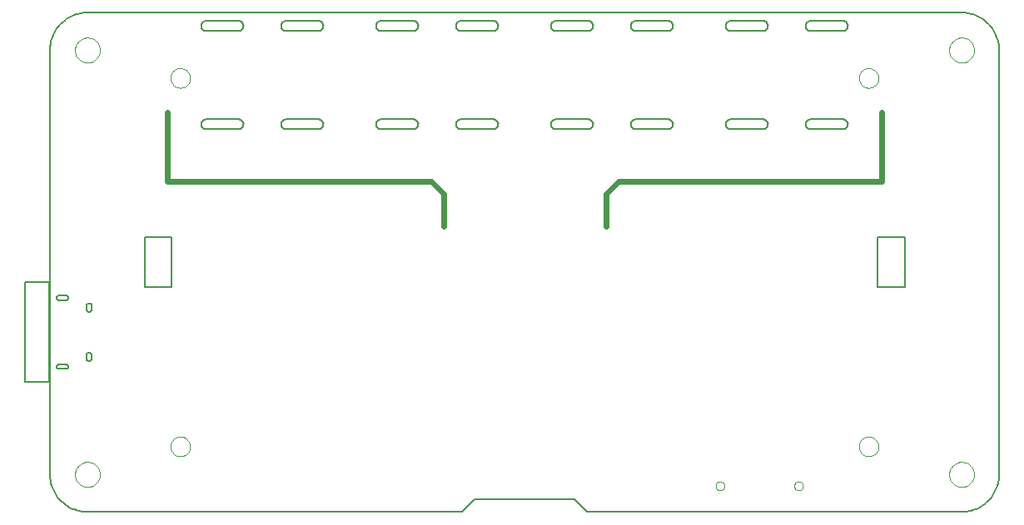
<source format=gko>
G75*
%MOIN*%
%OFA0B0*%
%FSLAX24Y24*%
%IPPOS*%
%LPD*%
%AMOC8*
5,1,8,0,0,1.08239X$1,22.5*
%
%ADD10C,0.0050*%
%ADD11C,0.0240*%
%ADD12C,0.0000*%
D10*
X017760Y016393D02*
X032760Y016393D01*
X033260Y016893D01*
X037260Y016893D01*
X037760Y016393D01*
X052760Y016393D01*
X052836Y016395D01*
X052912Y016401D01*
X052987Y016410D01*
X053062Y016424D01*
X053136Y016441D01*
X053209Y016462D01*
X053281Y016486D01*
X053352Y016515D01*
X053421Y016546D01*
X053488Y016581D01*
X053553Y016620D01*
X053617Y016662D01*
X053678Y016707D01*
X053737Y016755D01*
X053793Y016806D01*
X053847Y016860D01*
X053898Y016916D01*
X053946Y016975D01*
X053991Y017036D01*
X054033Y017100D01*
X054072Y017165D01*
X054107Y017232D01*
X054138Y017301D01*
X054167Y017372D01*
X054191Y017444D01*
X054212Y017517D01*
X054229Y017591D01*
X054243Y017666D01*
X054252Y017741D01*
X054258Y017817D01*
X054260Y017893D01*
X054260Y034893D01*
X054258Y034969D01*
X054252Y035045D01*
X054243Y035120D01*
X054229Y035195D01*
X054212Y035269D01*
X054191Y035342D01*
X054167Y035414D01*
X054138Y035485D01*
X054107Y035554D01*
X054072Y035621D01*
X054033Y035686D01*
X053991Y035750D01*
X053946Y035811D01*
X053898Y035870D01*
X053847Y035926D01*
X053793Y035980D01*
X053737Y036031D01*
X053678Y036079D01*
X053617Y036124D01*
X053553Y036166D01*
X053488Y036205D01*
X053421Y036240D01*
X053352Y036271D01*
X053281Y036300D01*
X053209Y036324D01*
X053136Y036345D01*
X053062Y036362D01*
X052987Y036376D01*
X052912Y036385D01*
X052836Y036391D01*
X052760Y036393D01*
X017760Y036393D01*
X017684Y036391D01*
X017608Y036385D01*
X017533Y036376D01*
X017458Y036362D01*
X017384Y036345D01*
X017311Y036324D01*
X017239Y036300D01*
X017168Y036271D01*
X017099Y036240D01*
X017032Y036205D01*
X016967Y036166D01*
X016903Y036124D01*
X016842Y036079D01*
X016783Y036031D01*
X016727Y035980D01*
X016673Y035926D01*
X016622Y035870D01*
X016574Y035811D01*
X016529Y035750D01*
X016487Y035686D01*
X016448Y035621D01*
X016413Y035554D01*
X016382Y035485D01*
X016353Y035414D01*
X016329Y035342D01*
X016308Y035269D01*
X016291Y035195D01*
X016277Y035120D01*
X016268Y035045D01*
X016262Y034969D01*
X016260Y034893D01*
X016260Y017893D01*
X016262Y017817D01*
X016268Y017741D01*
X016277Y017666D01*
X016291Y017591D01*
X016308Y017517D01*
X016329Y017444D01*
X016353Y017372D01*
X016382Y017301D01*
X016413Y017232D01*
X016448Y017165D01*
X016487Y017100D01*
X016529Y017036D01*
X016574Y016975D01*
X016622Y016916D01*
X016673Y016860D01*
X016727Y016806D01*
X016783Y016755D01*
X016842Y016707D01*
X016903Y016662D01*
X016967Y016620D01*
X017032Y016581D01*
X017099Y016546D01*
X017168Y016515D01*
X017239Y016486D01*
X017311Y016462D01*
X017384Y016441D01*
X017458Y016424D01*
X017533Y016410D01*
X017608Y016401D01*
X017684Y016395D01*
X017760Y016393D01*
X016235Y021593D02*
X015260Y021593D01*
X015260Y025593D01*
X016235Y025593D01*
X016235Y021593D01*
X016632Y022117D02*
X016887Y022117D01*
X016904Y022118D01*
X016921Y022123D01*
X016936Y022130D01*
X016950Y022140D01*
X016962Y022152D01*
X016972Y022166D01*
X016979Y022181D01*
X016984Y022198D01*
X016985Y022215D01*
X016984Y022232D01*
X016979Y022249D01*
X016972Y022264D01*
X016962Y022278D01*
X016950Y022290D01*
X016936Y022300D01*
X016921Y022307D01*
X016904Y022312D01*
X016887Y022313D01*
X016887Y022314D02*
X016632Y022314D01*
X016534Y022215D02*
X016535Y022198D01*
X016540Y022181D01*
X016547Y022166D01*
X016557Y022152D01*
X016569Y022140D01*
X016583Y022130D01*
X016598Y022123D01*
X016615Y022118D01*
X016632Y022117D01*
X016534Y022215D02*
X016535Y022232D01*
X016540Y022249D01*
X016547Y022264D01*
X016557Y022278D01*
X016569Y022290D01*
X016583Y022300D01*
X016598Y022307D01*
X016615Y022312D01*
X016632Y022313D01*
X017714Y022550D02*
X017714Y022668D01*
X017823Y022776D02*
X017842Y022774D01*
X017860Y022769D01*
X017877Y022762D01*
X017892Y022751D01*
X017906Y022737D01*
X017917Y022722D01*
X017924Y022705D01*
X017929Y022687D01*
X017931Y022668D01*
X017931Y022550D01*
X017823Y022442D02*
X017804Y022444D01*
X017786Y022449D01*
X017769Y022456D01*
X017754Y022467D01*
X017740Y022481D01*
X017729Y022496D01*
X017722Y022513D01*
X017717Y022531D01*
X017715Y022550D01*
X017823Y022442D02*
X017842Y022444D01*
X017860Y022449D01*
X017877Y022456D01*
X017892Y022467D01*
X017906Y022481D01*
X017917Y022496D01*
X017924Y022513D01*
X017929Y022531D01*
X017931Y022550D01*
X017715Y022668D02*
X017717Y022687D01*
X017722Y022705D01*
X017729Y022722D01*
X017740Y022737D01*
X017754Y022751D01*
X017769Y022762D01*
X017786Y022769D01*
X017804Y022774D01*
X017823Y022776D01*
X017832Y024410D02*
X017823Y024410D01*
X017823Y024411D02*
X017804Y024413D01*
X017786Y024418D01*
X017769Y024425D01*
X017754Y024436D01*
X017740Y024450D01*
X017729Y024465D01*
X017722Y024482D01*
X017717Y024500D01*
X017715Y024519D01*
X017714Y024519D02*
X017714Y024637D01*
X017715Y024637D02*
X017717Y024656D01*
X017722Y024674D01*
X017729Y024691D01*
X017740Y024706D01*
X017754Y024720D01*
X017769Y024731D01*
X017786Y024738D01*
X017804Y024743D01*
X017823Y024745D01*
X017832Y024745D01*
X017851Y024743D01*
X017869Y024738D01*
X017886Y024731D01*
X017901Y024720D01*
X017915Y024706D01*
X017926Y024691D01*
X017933Y024674D01*
X017938Y024656D01*
X017940Y024637D01*
X017941Y024637D02*
X017941Y024519D01*
X017940Y024519D02*
X017938Y024500D01*
X017933Y024482D01*
X017926Y024465D01*
X017915Y024450D01*
X017901Y024436D01*
X017886Y024425D01*
X017869Y024418D01*
X017851Y024413D01*
X017832Y024411D01*
X016887Y024873D02*
X016632Y024873D01*
X016534Y024971D02*
X016535Y024988D01*
X016540Y025005D01*
X016547Y025020D01*
X016557Y025034D01*
X016569Y025046D01*
X016583Y025056D01*
X016598Y025063D01*
X016615Y025068D01*
X016632Y025069D01*
X016632Y025070D02*
X016887Y025070D01*
X016985Y024971D02*
X016984Y024954D01*
X016979Y024937D01*
X016972Y024922D01*
X016962Y024908D01*
X016950Y024896D01*
X016936Y024886D01*
X016921Y024879D01*
X016904Y024874D01*
X016887Y024873D01*
X016985Y024971D02*
X016984Y024988D01*
X016979Y025005D01*
X016972Y025020D01*
X016962Y025034D01*
X016950Y025046D01*
X016936Y025056D01*
X016921Y025063D01*
X016904Y025068D01*
X016887Y025069D01*
X016632Y024873D02*
X016615Y024874D01*
X016598Y024879D01*
X016583Y024886D01*
X016569Y024896D01*
X016557Y024908D01*
X016547Y024922D01*
X016540Y024937D01*
X016535Y024954D01*
X016534Y024971D01*
X020043Y025393D02*
X020043Y027393D01*
X021130Y027393D01*
X021130Y025393D01*
X020043Y025393D01*
X022506Y031728D02*
X023813Y031728D01*
X023839Y031730D01*
X023864Y031735D01*
X023888Y031743D01*
X023912Y031754D01*
X023933Y031769D01*
X023952Y031786D01*
X023969Y031805D01*
X023984Y031827D01*
X023995Y031850D01*
X024003Y031874D01*
X024008Y031899D01*
X024010Y031925D01*
X024008Y031951D01*
X024003Y031976D01*
X023995Y032000D01*
X023984Y032024D01*
X023969Y032045D01*
X023952Y032064D01*
X023933Y032081D01*
X023912Y032096D01*
X023888Y032107D01*
X023864Y032115D01*
X023839Y032120D01*
X023813Y032122D01*
X022506Y032122D01*
X022309Y031925D02*
X022311Y031899D01*
X022316Y031874D01*
X022324Y031850D01*
X022335Y031827D01*
X022350Y031805D01*
X022367Y031786D01*
X022386Y031769D01*
X022408Y031754D01*
X022431Y031743D01*
X022455Y031735D01*
X022480Y031730D01*
X022506Y031728D01*
X022309Y031925D02*
X022311Y031951D01*
X022316Y031976D01*
X022324Y032000D01*
X022335Y032024D01*
X022350Y032045D01*
X022367Y032064D01*
X022386Y032081D01*
X022408Y032096D01*
X022431Y032107D01*
X022455Y032115D01*
X022480Y032120D01*
X022506Y032122D01*
X025706Y032122D02*
X027013Y032122D01*
X027210Y031925D02*
X027208Y031899D01*
X027203Y031874D01*
X027195Y031850D01*
X027184Y031827D01*
X027169Y031805D01*
X027152Y031786D01*
X027133Y031769D01*
X027112Y031754D01*
X027088Y031743D01*
X027064Y031735D01*
X027039Y031730D01*
X027013Y031728D01*
X025706Y031728D01*
X025509Y031925D02*
X025511Y031951D01*
X025516Y031976D01*
X025524Y032000D01*
X025535Y032024D01*
X025550Y032045D01*
X025567Y032064D01*
X025586Y032081D01*
X025608Y032096D01*
X025631Y032107D01*
X025655Y032115D01*
X025680Y032120D01*
X025706Y032122D01*
X025509Y031925D02*
X025511Y031899D01*
X025516Y031874D01*
X025524Y031850D01*
X025535Y031827D01*
X025550Y031805D01*
X025567Y031786D01*
X025586Y031769D01*
X025608Y031754D01*
X025631Y031743D01*
X025655Y031735D01*
X025680Y031730D01*
X025706Y031728D01*
X027013Y032122D02*
X027039Y032120D01*
X027064Y032115D01*
X027088Y032107D01*
X027112Y032096D01*
X027133Y032081D01*
X027152Y032064D01*
X027169Y032045D01*
X027184Y032024D01*
X027195Y032000D01*
X027203Y031976D01*
X027208Y031951D01*
X027210Y031925D01*
X029309Y031925D02*
X029311Y031899D01*
X029316Y031874D01*
X029324Y031850D01*
X029335Y031827D01*
X029350Y031805D01*
X029367Y031786D01*
X029386Y031769D01*
X029408Y031754D01*
X029431Y031743D01*
X029455Y031735D01*
X029480Y031730D01*
X029506Y031728D01*
X030813Y031728D01*
X030839Y031730D01*
X030864Y031735D01*
X030888Y031743D01*
X030912Y031754D01*
X030933Y031769D01*
X030952Y031786D01*
X030969Y031805D01*
X030984Y031827D01*
X030995Y031850D01*
X031003Y031874D01*
X031008Y031899D01*
X031010Y031925D01*
X031008Y031951D01*
X031003Y031976D01*
X030995Y032000D01*
X030984Y032024D01*
X030969Y032045D01*
X030952Y032064D01*
X030933Y032081D01*
X030912Y032096D01*
X030888Y032107D01*
X030864Y032115D01*
X030839Y032120D01*
X030813Y032122D01*
X029506Y032122D01*
X029480Y032120D01*
X029455Y032115D01*
X029431Y032107D01*
X029408Y032096D01*
X029386Y032081D01*
X029367Y032064D01*
X029350Y032045D01*
X029335Y032024D01*
X029324Y032000D01*
X029316Y031976D01*
X029311Y031951D01*
X029309Y031925D01*
X032509Y031925D02*
X032511Y031951D01*
X032516Y031976D01*
X032524Y032000D01*
X032535Y032024D01*
X032550Y032045D01*
X032567Y032064D01*
X032586Y032081D01*
X032608Y032096D01*
X032631Y032107D01*
X032655Y032115D01*
X032680Y032120D01*
X032706Y032122D01*
X034013Y032122D01*
X034210Y031925D02*
X034208Y031899D01*
X034203Y031874D01*
X034195Y031850D01*
X034184Y031827D01*
X034169Y031805D01*
X034152Y031786D01*
X034133Y031769D01*
X034112Y031754D01*
X034088Y031743D01*
X034064Y031735D01*
X034039Y031730D01*
X034013Y031728D01*
X032706Y031728D01*
X032680Y031730D01*
X032655Y031735D01*
X032631Y031743D01*
X032608Y031754D01*
X032586Y031769D01*
X032567Y031786D01*
X032550Y031805D01*
X032535Y031827D01*
X032524Y031850D01*
X032516Y031874D01*
X032511Y031899D01*
X032509Y031925D01*
X034013Y032122D02*
X034039Y032120D01*
X034064Y032115D01*
X034088Y032107D01*
X034112Y032096D01*
X034133Y032081D01*
X034152Y032064D01*
X034169Y032045D01*
X034184Y032024D01*
X034195Y032000D01*
X034203Y031976D01*
X034208Y031951D01*
X034210Y031925D01*
X036309Y031925D02*
X036311Y031899D01*
X036316Y031874D01*
X036324Y031850D01*
X036335Y031827D01*
X036350Y031805D01*
X036367Y031786D01*
X036386Y031769D01*
X036408Y031754D01*
X036431Y031743D01*
X036455Y031735D01*
X036480Y031730D01*
X036506Y031728D01*
X037813Y031728D01*
X037839Y031730D01*
X037864Y031735D01*
X037888Y031743D01*
X037912Y031754D01*
X037933Y031769D01*
X037952Y031786D01*
X037969Y031805D01*
X037984Y031827D01*
X037995Y031850D01*
X038003Y031874D01*
X038008Y031899D01*
X038010Y031925D01*
X038008Y031951D01*
X038003Y031976D01*
X037995Y032000D01*
X037984Y032024D01*
X037969Y032045D01*
X037952Y032064D01*
X037933Y032081D01*
X037912Y032096D01*
X037888Y032107D01*
X037864Y032115D01*
X037839Y032120D01*
X037813Y032122D01*
X036506Y032122D01*
X036480Y032120D01*
X036455Y032115D01*
X036431Y032107D01*
X036408Y032096D01*
X036386Y032081D01*
X036367Y032064D01*
X036350Y032045D01*
X036335Y032024D01*
X036324Y032000D01*
X036316Y031976D01*
X036311Y031951D01*
X036309Y031925D01*
X039509Y031925D02*
X039511Y031951D01*
X039516Y031976D01*
X039524Y032000D01*
X039535Y032024D01*
X039550Y032045D01*
X039567Y032064D01*
X039586Y032081D01*
X039608Y032096D01*
X039631Y032107D01*
X039655Y032115D01*
X039680Y032120D01*
X039706Y032122D01*
X041013Y032122D01*
X041210Y031925D02*
X041208Y031899D01*
X041203Y031874D01*
X041195Y031850D01*
X041184Y031827D01*
X041169Y031805D01*
X041152Y031786D01*
X041133Y031769D01*
X041112Y031754D01*
X041088Y031743D01*
X041064Y031735D01*
X041039Y031730D01*
X041013Y031728D01*
X039706Y031728D01*
X039680Y031730D01*
X039655Y031735D01*
X039631Y031743D01*
X039608Y031754D01*
X039586Y031769D01*
X039567Y031786D01*
X039550Y031805D01*
X039535Y031827D01*
X039524Y031850D01*
X039516Y031874D01*
X039511Y031899D01*
X039509Y031925D01*
X041013Y032122D02*
X041039Y032120D01*
X041064Y032115D01*
X041088Y032107D01*
X041112Y032096D01*
X041133Y032081D01*
X041152Y032064D01*
X041169Y032045D01*
X041184Y032024D01*
X041195Y032000D01*
X041203Y031976D01*
X041208Y031951D01*
X041210Y031925D01*
X043309Y031925D02*
X043311Y031899D01*
X043316Y031874D01*
X043324Y031850D01*
X043335Y031827D01*
X043350Y031805D01*
X043367Y031786D01*
X043386Y031769D01*
X043408Y031754D01*
X043431Y031743D01*
X043455Y031735D01*
X043480Y031730D01*
X043506Y031728D01*
X044813Y031728D01*
X044839Y031730D01*
X044864Y031735D01*
X044888Y031743D01*
X044912Y031754D01*
X044933Y031769D01*
X044952Y031786D01*
X044969Y031805D01*
X044984Y031827D01*
X044995Y031850D01*
X045003Y031874D01*
X045008Y031899D01*
X045010Y031925D01*
X045008Y031951D01*
X045003Y031976D01*
X044995Y032000D01*
X044984Y032024D01*
X044969Y032045D01*
X044952Y032064D01*
X044933Y032081D01*
X044912Y032096D01*
X044888Y032107D01*
X044864Y032115D01*
X044839Y032120D01*
X044813Y032122D01*
X043506Y032122D01*
X043480Y032120D01*
X043455Y032115D01*
X043431Y032107D01*
X043408Y032096D01*
X043386Y032081D01*
X043367Y032064D01*
X043350Y032045D01*
X043335Y032024D01*
X043324Y032000D01*
X043316Y031976D01*
X043311Y031951D01*
X043309Y031925D01*
X046509Y031925D02*
X046511Y031951D01*
X046516Y031976D01*
X046524Y032000D01*
X046535Y032024D01*
X046550Y032045D01*
X046567Y032064D01*
X046586Y032081D01*
X046608Y032096D01*
X046631Y032107D01*
X046655Y032115D01*
X046680Y032120D01*
X046706Y032122D01*
X048013Y032122D01*
X048210Y031925D02*
X048208Y031899D01*
X048203Y031874D01*
X048195Y031850D01*
X048184Y031827D01*
X048169Y031805D01*
X048152Y031786D01*
X048133Y031769D01*
X048112Y031754D01*
X048088Y031743D01*
X048064Y031735D01*
X048039Y031730D01*
X048013Y031728D01*
X046706Y031728D01*
X046680Y031730D01*
X046655Y031735D01*
X046631Y031743D01*
X046608Y031754D01*
X046586Y031769D01*
X046567Y031786D01*
X046550Y031805D01*
X046535Y031827D01*
X046524Y031850D01*
X046516Y031874D01*
X046511Y031899D01*
X046509Y031925D01*
X048013Y032122D02*
X048039Y032120D01*
X048064Y032115D01*
X048088Y032107D01*
X048112Y032096D01*
X048133Y032081D01*
X048152Y032064D01*
X048169Y032045D01*
X048184Y032024D01*
X048195Y032000D01*
X048203Y031976D01*
X048208Y031951D01*
X048210Y031925D01*
X048013Y035665D02*
X046706Y035665D01*
X046509Y035862D02*
X046511Y035888D01*
X046516Y035913D01*
X046524Y035937D01*
X046535Y035961D01*
X046550Y035982D01*
X046567Y036001D01*
X046586Y036018D01*
X046608Y036033D01*
X046631Y036044D01*
X046655Y036052D01*
X046680Y036057D01*
X046706Y036059D01*
X048013Y036059D01*
X048039Y036057D01*
X048064Y036052D01*
X048088Y036044D01*
X048112Y036033D01*
X048133Y036018D01*
X048152Y036001D01*
X048169Y035982D01*
X048184Y035961D01*
X048195Y035937D01*
X048203Y035913D01*
X048208Y035888D01*
X048210Y035862D01*
X048208Y035836D01*
X048203Y035811D01*
X048195Y035787D01*
X048184Y035764D01*
X048169Y035742D01*
X048152Y035723D01*
X048133Y035706D01*
X048112Y035691D01*
X048088Y035680D01*
X048064Y035672D01*
X048039Y035667D01*
X048013Y035665D01*
X046706Y035665D02*
X046680Y035667D01*
X046655Y035672D01*
X046631Y035680D01*
X046608Y035691D01*
X046586Y035706D01*
X046567Y035723D01*
X046550Y035742D01*
X046535Y035764D01*
X046524Y035787D01*
X046516Y035811D01*
X046511Y035836D01*
X046509Y035862D01*
X045010Y035862D02*
X045008Y035836D01*
X045003Y035811D01*
X044995Y035787D01*
X044984Y035764D01*
X044969Y035742D01*
X044952Y035723D01*
X044933Y035706D01*
X044912Y035691D01*
X044888Y035680D01*
X044864Y035672D01*
X044839Y035667D01*
X044813Y035665D01*
X043506Y035665D01*
X043309Y035862D02*
X043311Y035888D01*
X043316Y035913D01*
X043324Y035937D01*
X043335Y035961D01*
X043350Y035982D01*
X043367Y036001D01*
X043386Y036018D01*
X043408Y036033D01*
X043431Y036044D01*
X043455Y036052D01*
X043480Y036057D01*
X043506Y036059D01*
X044813Y036059D01*
X044839Y036057D01*
X044864Y036052D01*
X044888Y036044D01*
X044912Y036033D01*
X044933Y036018D01*
X044952Y036001D01*
X044969Y035982D01*
X044984Y035961D01*
X044995Y035937D01*
X045003Y035913D01*
X045008Y035888D01*
X045010Y035862D01*
X043506Y035665D02*
X043480Y035667D01*
X043455Y035672D01*
X043431Y035680D01*
X043408Y035691D01*
X043386Y035706D01*
X043367Y035723D01*
X043350Y035742D01*
X043335Y035764D01*
X043324Y035787D01*
X043316Y035811D01*
X043311Y035836D01*
X043309Y035862D01*
X041210Y035862D02*
X041208Y035888D01*
X041203Y035913D01*
X041195Y035937D01*
X041184Y035961D01*
X041169Y035982D01*
X041152Y036001D01*
X041133Y036018D01*
X041112Y036033D01*
X041088Y036044D01*
X041064Y036052D01*
X041039Y036057D01*
X041013Y036059D01*
X039706Y036059D01*
X039680Y036057D01*
X039655Y036052D01*
X039631Y036044D01*
X039608Y036033D01*
X039586Y036018D01*
X039567Y036001D01*
X039550Y035982D01*
X039535Y035961D01*
X039524Y035937D01*
X039516Y035913D01*
X039511Y035888D01*
X039509Y035862D01*
X039511Y035836D01*
X039516Y035811D01*
X039524Y035787D01*
X039535Y035764D01*
X039550Y035742D01*
X039567Y035723D01*
X039586Y035706D01*
X039608Y035691D01*
X039631Y035680D01*
X039655Y035672D01*
X039680Y035667D01*
X039706Y035665D01*
X041013Y035665D01*
X041039Y035667D01*
X041064Y035672D01*
X041088Y035680D01*
X041112Y035691D01*
X041133Y035706D01*
X041152Y035723D01*
X041169Y035742D01*
X041184Y035764D01*
X041195Y035787D01*
X041203Y035811D01*
X041208Y035836D01*
X041210Y035862D01*
X038010Y035862D02*
X038008Y035836D01*
X038003Y035811D01*
X037995Y035787D01*
X037984Y035764D01*
X037969Y035742D01*
X037952Y035723D01*
X037933Y035706D01*
X037912Y035691D01*
X037888Y035680D01*
X037864Y035672D01*
X037839Y035667D01*
X037813Y035665D01*
X036506Y035665D01*
X036309Y035862D02*
X036311Y035888D01*
X036316Y035913D01*
X036324Y035937D01*
X036335Y035961D01*
X036350Y035982D01*
X036367Y036001D01*
X036386Y036018D01*
X036408Y036033D01*
X036431Y036044D01*
X036455Y036052D01*
X036480Y036057D01*
X036506Y036059D01*
X037813Y036059D01*
X037839Y036057D01*
X037864Y036052D01*
X037888Y036044D01*
X037912Y036033D01*
X037933Y036018D01*
X037952Y036001D01*
X037969Y035982D01*
X037984Y035961D01*
X037995Y035937D01*
X038003Y035913D01*
X038008Y035888D01*
X038010Y035862D01*
X036506Y035665D02*
X036480Y035667D01*
X036455Y035672D01*
X036431Y035680D01*
X036408Y035691D01*
X036386Y035706D01*
X036367Y035723D01*
X036350Y035742D01*
X036335Y035764D01*
X036324Y035787D01*
X036316Y035811D01*
X036311Y035836D01*
X036309Y035862D01*
X034210Y035862D02*
X034208Y035888D01*
X034203Y035913D01*
X034195Y035937D01*
X034184Y035961D01*
X034169Y035982D01*
X034152Y036001D01*
X034133Y036018D01*
X034112Y036033D01*
X034088Y036044D01*
X034064Y036052D01*
X034039Y036057D01*
X034013Y036059D01*
X032706Y036059D01*
X032680Y036057D01*
X032655Y036052D01*
X032631Y036044D01*
X032608Y036033D01*
X032586Y036018D01*
X032567Y036001D01*
X032550Y035982D01*
X032535Y035961D01*
X032524Y035937D01*
X032516Y035913D01*
X032511Y035888D01*
X032509Y035862D01*
X032511Y035836D01*
X032516Y035811D01*
X032524Y035787D01*
X032535Y035764D01*
X032550Y035742D01*
X032567Y035723D01*
X032586Y035706D01*
X032608Y035691D01*
X032631Y035680D01*
X032655Y035672D01*
X032680Y035667D01*
X032706Y035665D01*
X034013Y035665D01*
X034039Y035667D01*
X034064Y035672D01*
X034088Y035680D01*
X034112Y035691D01*
X034133Y035706D01*
X034152Y035723D01*
X034169Y035742D01*
X034184Y035764D01*
X034195Y035787D01*
X034203Y035811D01*
X034208Y035836D01*
X034210Y035862D01*
X031010Y035862D02*
X031008Y035836D01*
X031003Y035811D01*
X030995Y035787D01*
X030984Y035764D01*
X030969Y035742D01*
X030952Y035723D01*
X030933Y035706D01*
X030912Y035691D01*
X030888Y035680D01*
X030864Y035672D01*
X030839Y035667D01*
X030813Y035665D01*
X029506Y035665D01*
X029309Y035862D02*
X029311Y035888D01*
X029316Y035913D01*
X029324Y035937D01*
X029335Y035961D01*
X029350Y035982D01*
X029367Y036001D01*
X029386Y036018D01*
X029408Y036033D01*
X029431Y036044D01*
X029455Y036052D01*
X029480Y036057D01*
X029506Y036059D01*
X030813Y036059D01*
X030839Y036057D01*
X030864Y036052D01*
X030888Y036044D01*
X030912Y036033D01*
X030933Y036018D01*
X030952Y036001D01*
X030969Y035982D01*
X030984Y035961D01*
X030995Y035937D01*
X031003Y035913D01*
X031008Y035888D01*
X031010Y035862D01*
X029506Y035665D02*
X029480Y035667D01*
X029455Y035672D01*
X029431Y035680D01*
X029408Y035691D01*
X029386Y035706D01*
X029367Y035723D01*
X029350Y035742D01*
X029335Y035764D01*
X029324Y035787D01*
X029316Y035811D01*
X029311Y035836D01*
X029309Y035862D01*
X027210Y035862D02*
X027208Y035888D01*
X027203Y035913D01*
X027195Y035937D01*
X027184Y035961D01*
X027169Y035982D01*
X027152Y036001D01*
X027133Y036018D01*
X027112Y036033D01*
X027088Y036044D01*
X027064Y036052D01*
X027039Y036057D01*
X027013Y036059D01*
X025706Y036059D01*
X025680Y036057D01*
X025655Y036052D01*
X025631Y036044D01*
X025608Y036033D01*
X025586Y036018D01*
X025567Y036001D01*
X025550Y035982D01*
X025535Y035961D01*
X025524Y035937D01*
X025516Y035913D01*
X025511Y035888D01*
X025509Y035862D01*
X025511Y035836D01*
X025516Y035811D01*
X025524Y035787D01*
X025535Y035764D01*
X025550Y035742D01*
X025567Y035723D01*
X025586Y035706D01*
X025608Y035691D01*
X025631Y035680D01*
X025655Y035672D01*
X025680Y035667D01*
X025706Y035665D01*
X027013Y035665D01*
X027039Y035667D01*
X027064Y035672D01*
X027088Y035680D01*
X027112Y035691D01*
X027133Y035706D01*
X027152Y035723D01*
X027169Y035742D01*
X027184Y035764D01*
X027195Y035787D01*
X027203Y035811D01*
X027208Y035836D01*
X027210Y035862D01*
X024010Y035862D02*
X024008Y035836D01*
X024003Y035811D01*
X023995Y035787D01*
X023984Y035764D01*
X023969Y035742D01*
X023952Y035723D01*
X023933Y035706D01*
X023912Y035691D01*
X023888Y035680D01*
X023864Y035672D01*
X023839Y035667D01*
X023813Y035665D01*
X022506Y035665D01*
X022309Y035862D02*
X022311Y035888D01*
X022316Y035913D01*
X022324Y035937D01*
X022335Y035961D01*
X022350Y035982D01*
X022367Y036001D01*
X022386Y036018D01*
X022408Y036033D01*
X022431Y036044D01*
X022455Y036052D01*
X022480Y036057D01*
X022506Y036059D01*
X023813Y036059D01*
X023839Y036057D01*
X023864Y036052D01*
X023888Y036044D01*
X023912Y036033D01*
X023933Y036018D01*
X023952Y036001D01*
X023969Y035982D01*
X023984Y035961D01*
X023995Y035937D01*
X024003Y035913D01*
X024008Y035888D01*
X024010Y035862D01*
X022506Y035665D02*
X022480Y035667D01*
X022455Y035672D01*
X022431Y035680D01*
X022408Y035691D01*
X022386Y035706D01*
X022367Y035723D01*
X022350Y035742D01*
X022335Y035764D01*
X022324Y035787D01*
X022316Y035811D01*
X022311Y035836D01*
X022309Y035862D01*
X049389Y027393D02*
X049389Y025393D01*
X050476Y025393D01*
X050476Y027393D01*
X049389Y027393D01*
D11*
X049560Y029643D02*
X049560Y032393D01*
X049560Y029643D02*
X039010Y029643D01*
X038510Y029143D01*
X038510Y027843D01*
X032010Y027843D02*
X032010Y029143D01*
X031510Y029643D01*
X020960Y029643D01*
X020960Y032393D01*
D12*
X021086Y033775D02*
X021088Y033814D01*
X021094Y033853D01*
X021104Y033891D01*
X021117Y033928D01*
X021134Y033963D01*
X021154Y033997D01*
X021178Y034028D01*
X021205Y034057D01*
X021234Y034083D01*
X021266Y034106D01*
X021300Y034126D01*
X021336Y034142D01*
X021373Y034154D01*
X021412Y034163D01*
X021451Y034168D01*
X021490Y034169D01*
X021529Y034166D01*
X021568Y034159D01*
X021605Y034148D01*
X021642Y034134D01*
X021677Y034116D01*
X021710Y034095D01*
X021741Y034070D01*
X021769Y034043D01*
X021794Y034013D01*
X021816Y033980D01*
X021835Y033946D01*
X021850Y033910D01*
X021862Y033872D01*
X021870Y033834D01*
X021874Y033795D01*
X021874Y033755D01*
X021870Y033716D01*
X021862Y033678D01*
X021850Y033640D01*
X021835Y033604D01*
X021816Y033570D01*
X021794Y033537D01*
X021769Y033507D01*
X021741Y033480D01*
X021710Y033455D01*
X021677Y033434D01*
X021642Y033416D01*
X021605Y033402D01*
X021568Y033391D01*
X021529Y033384D01*
X021490Y033381D01*
X021451Y033382D01*
X021412Y033387D01*
X021373Y033396D01*
X021336Y033408D01*
X021300Y033424D01*
X021266Y033444D01*
X021234Y033467D01*
X021205Y033493D01*
X021178Y033522D01*
X021154Y033553D01*
X021134Y033587D01*
X021117Y033622D01*
X021104Y033659D01*
X021094Y033697D01*
X021088Y033736D01*
X021086Y033775D01*
X017260Y034893D02*
X017262Y034937D01*
X017268Y034981D01*
X017278Y035024D01*
X017291Y035066D01*
X017308Y035107D01*
X017329Y035146D01*
X017353Y035183D01*
X017380Y035218D01*
X017410Y035250D01*
X017443Y035280D01*
X017479Y035306D01*
X017516Y035330D01*
X017556Y035349D01*
X017597Y035366D01*
X017640Y035378D01*
X017683Y035387D01*
X017727Y035392D01*
X017771Y035393D01*
X017815Y035390D01*
X017859Y035383D01*
X017902Y035372D01*
X017944Y035358D01*
X017984Y035340D01*
X018023Y035318D01*
X018059Y035294D01*
X018093Y035266D01*
X018125Y035235D01*
X018154Y035201D01*
X018180Y035165D01*
X018202Y035127D01*
X018221Y035087D01*
X018236Y035045D01*
X018248Y035003D01*
X018256Y034959D01*
X018260Y034915D01*
X018260Y034871D01*
X018256Y034827D01*
X018248Y034783D01*
X018236Y034741D01*
X018221Y034699D01*
X018202Y034659D01*
X018180Y034621D01*
X018154Y034585D01*
X018125Y034551D01*
X018093Y034520D01*
X018059Y034492D01*
X018023Y034468D01*
X017984Y034446D01*
X017944Y034428D01*
X017902Y034414D01*
X017859Y034403D01*
X017815Y034396D01*
X017771Y034393D01*
X017727Y034394D01*
X017683Y034399D01*
X017640Y034408D01*
X017597Y034420D01*
X017556Y034437D01*
X017516Y034456D01*
X017479Y034480D01*
X017443Y034506D01*
X017410Y034536D01*
X017380Y034568D01*
X017353Y034603D01*
X017329Y034640D01*
X017308Y034679D01*
X017291Y034720D01*
X017278Y034762D01*
X017268Y034805D01*
X017262Y034849D01*
X017260Y034893D01*
X021086Y019011D02*
X021088Y019050D01*
X021094Y019089D01*
X021104Y019127D01*
X021117Y019164D01*
X021134Y019199D01*
X021154Y019233D01*
X021178Y019264D01*
X021205Y019293D01*
X021234Y019319D01*
X021266Y019342D01*
X021300Y019362D01*
X021336Y019378D01*
X021373Y019390D01*
X021412Y019399D01*
X021451Y019404D01*
X021490Y019405D01*
X021529Y019402D01*
X021568Y019395D01*
X021605Y019384D01*
X021642Y019370D01*
X021677Y019352D01*
X021710Y019331D01*
X021741Y019306D01*
X021769Y019279D01*
X021794Y019249D01*
X021816Y019216D01*
X021835Y019182D01*
X021850Y019146D01*
X021862Y019108D01*
X021870Y019070D01*
X021874Y019031D01*
X021874Y018991D01*
X021870Y018952D01*
X021862Y018914D01*
X021850Y018876D01*
X021835Y018840D01*
X021816Y018806D01*
X021794Y018773D01*
X021769Y018743D01*
X021741Y018716D01*
X021710Y018691D01*
X021677Y018670D01*
X021642Y018652D01*
X021605Y018638D01*
X021568Y018627D01*
X021529Y018620D01*
X021490Y018617D01*
X021451Y018618D01*
X021412Y018623D01*
X021373Y018632D01*
X021336Y018644D01*
X021300Y018660D01*
X021266Y018680D01*
X021234Y018703D01*
X021205Y018729D01*
X021178Y018758D01*
X021154Y018789D01*
X021134Y018823D01*
X021117Y018858D01*
X021104Y018895D01*
X021094Y018933D01*
X021088Y018972D01*
X021086Y019011D01*
X017260Y017893D02*
X017262Y017937D01*
X017268Y017981D01*
X017278Y018024D01*
X017291Y018066D01*
X017308Y018107D01*
X017329Y018146D01*
X017353Y018183D01*
X017380Y018218D01*
X017410Y018250D01*
X017443Y018280D01*
X017479Y018306D01*
X017516Y018330D01*
X017556Y018349D01*
X017597Y018366D01*
X017640Y018378D01*
X017683Y018387D01*
X017727Y018392D01*
X017771Y018393D01*
X017815Y018390D01*
X017859Y018383D01*
X017902Y018372D01*
X017944Y018358D01*
X017984Y018340D01*
X018023Y018318D01*
X018059Y018294D01*
X018093Y018266D01*
X018125Y018235D01*
X018154Y018201D01*
X018180Y018165D01*
X018202Y018127D01*
X018221Y018087D01*
X018236Y018045D01*
X018248Y018003D01*
X018256Y017959D01*
X018260Y017915D01*
X018260Y017871D01*
X018256Y017827D01*
X018248Y017783D01*
X018236Y017741D01*
X018221Y017699D01*
X018202Y017659D01*
X018180Y017621D01*
X018154Y017585D01*
X018125Y017551D01*
X018093Y017520D01*
X018059Y017492D01*
X018023Y017468D01*
X017984Y017446D01*
X017944Y017428D01*
X017902Y017414D01*
X017859Y017403D01*
X017815Y017396D01*
X017771Y017393D01*
X017727Y017394D01*
X017683Y017399D01*
X017640Y017408D01*
X017597Y017420D01*
X017556Y017437D01*
X017516Y017456D01*
X017479Y017480D01*
X017443Y017506D01*
X017410Y017536D01*
X017380Y017568D01*
X017353Y017603D01*
X017329Y017640D01*
X017308Y017679D01*
X017291Y017720D01*
X017278Y017762D01*
X017268Y017805D01*
X017262Y017849D01*
X017260Y017893D01*
X042911Y017435D02*
X042913Y017461D01*
X042919Y017487D01*
X042928Y017511D01*
X042941Y017534D01*
X042958Y017554D01*
X042977Y017572D01*
X042999Y017587D01*
X043022Y017598D01*
X043047Y017606D01*
X043073Y017610D01*
X043099Y017610D01*
X043125Y017606D01*
X043150Y017598D01*
X043174Y017587D01*
X043195Y017572D01*
X043214Y017554D01*
X043231Y017534D01*
X043244Y017511D01*
X043253Y017487D01*
X043259Y017461D01*
X043261Y017435D01*
X043259Y017409D01*
X043253Y017383D01*
X043244Y017359D01*
X043231Y017336D01*
X043214Y017316D01*
X043195Y017298D01*
X043173Y017283D01*
X043150Y017272D01*
X043125Y017264D01*
X043099Y017260D01*
X043073Y017260D01*
X043047Y017264D01*
X043022Y017272D01*
X042998Y017283D01*
X042977Y017298D01*
X042958Y017316D01*
X042941Y017336D01*
X042928Y017359D01*
X042919Y017383D01*
X042913Y017409D01*
X042911Y017435D01*
X046060Y017435D02*
X046062Y017461D01*
X046068Y017487D01*
X046077Y017511D01*
X046090Y017534D01*
X046107Y017554D01*
X046126Y017572D01*
X046148Y017587D01*
X046171Y017598D01*
X046196Y017606D01*
X046222Y017610D01*
X046248Y017610D01*
X046274Y017606D01*
X046299Y017598D01*
X046323Y017587D01*
X046344Y017572D01*
X046363Y017554D01*
X046380Y017534D01*
X046393Y017511D01*
X046402Y017487D01*
X046408Y017461D01*
X046410Y017435D01*
X046408Y017409D01*
X046402Y017383D01*
X046393Y017359D01*
X046380Y017336D01*
X046363Y017316D01*
X046344Y017298D01*
X046322Y017283D01*
X046299Y017272D01*
X046274Y017264D01*
X046248Y017260D01*
X046222Y017260D01*
X046196Y017264D01*
X046171Y017272D01*
X046147Y017283D01*
X046126Y017298D01*
X046107Y017316D01*
X046090Y017336D01*
X046077Y017359D01*
X046068Y017383D01*
X046062Y017409D01*
X046060Y017435D01*
X048645Y019011D02*
X048647Y019050D01*
X048653Y019089D01*
X048663Y019127D01*
X048676Y019164D01*
X048693Y019199D01*
X048713Y019233D01*
X048737Y019264D01*
X048764Y019293D01*
X048793Y019319D01*
X048825Y019342D01*
X048859Y019362D01*
X048895Y019378D01*
X048932Y019390D01*
X048971Y019399D01*
X049010Y019404D01*
X049049Y019405D01*
X049088Y019402D01*
X049127Y019395D01*
X049164Y019384D01*
X049201Y019370D01*
X049236Y019352D01*
X049269Y019331D01*
X049300Y019306D01*
X049328Y019279D01*
X049353Y019249D01*
X049375Y019216D01*
X049394Y019182D01*
X049409Y019146D01*
X049421Y019108D01*
X049429Y019070D01*
X049433Y019031D01*
X049433Y018991D01*
X049429Y018952D01*
X049421Y018914D01*
X049409Y018876D01*
X049394Y018840D01*
X049375Y018806D01*
X049353Y018773D01*
X049328Y018743D01*
X049300Y018716D01*
X049269Y018691D01*
X049236Y018670D01*
X049201Y018652D01*
X049164Y018638D01*
X049127Y018627D01*
X049088Y018620D01*
X049049Y018617D01*
X049010Y018618D01*
X048971Y018623D01*
X048932Y018632D01*
X048895Y018644D01*
X048859Y018660D01*
X048825Y018680D01*
X048793Y018703D01*
X048764Y018729D01*
X048737Y018758D01*
X048713Y018789D01*
X048693Y018823D01*
X048676Y018858D01*
X048663Y018895D01*
X048653Y018933D01*
X048647Y018972D01*
X048645Y019011D01*
X052260Y017893D02*
X052262Y017937D01*
X052268Y017981D01*
X052278Y018024D01*
X052291Y018066D01*
X052308Y018107D01*
X052329Y018146D01*
X052353Y018183D01*
X052380Y018218D01*
X052410Y018250D01*
X052443Y018280D01*
X052479Y018306D01*
X052516Y018330D01*
X052556Y018349D01*
X052597Y018366D01*
X052640Y018378D01*
X052683Y018387D01*
X052727Y018392D01*
X052771Y018393D01*
X052815Y018390D01*
X052859Y018383D01*
X052902Y018372D01*
X052944Y018358D01*
X052984Y018340D01*
X053023Y018318D01*
X053059Y018294D01*
X053093Y018266D01*
X053125Y018235D01*
X053154Y018201D01*
X053180Y018165D01*
X053202Y018127D01*
X053221Y018087D01*
X053236Y018045D01*
X053248Y018003D01*
X053256Y017959D01*
X053260Y017915D01*
X053260Y017871D01*
X053256Y017827D01*
X053248Y017783D01*
X053236Y017741D01*
X053221Y017699D01*
X053202Y017659D01*
X053180Y017621D01*
X053154Y017585D01*
X053125Y017551D01*
X053093Y017520D01*
X053059Y017492D01*
X053023Y017468D01*
X052984Y017446D01*
X052944Y017428D01*
X052902Y017414D01*
X052859Y017403D01*
X052815Y017396D01*
X052771Y017393D01*
X052727Y017394D01*
X052683Y017399D01*
X052640Y017408D01*
X052597Y017420D01*
X052556Y017437D01*
X052516Y017456D01*
X052479Y017480D01*
X052443Y017506D01*
X052410Y017536D01*
X052380Y017568D01*
X052353Y017603D01*
X052329Y017640D01*
X052308Y017679D01*
X052291Y017720D01*
X052278Y017762D01*
X052268Y017805D01*
X052262Y017849D01*
X052260Y017893D01*
X048645Y033775D02*
X048647Y033814D01*
X048653Y033853D01*
X048663Y033891D01*
X048676Y033928D01*
X048693Y033963D01*
X048713Y033997D01*
X048737Y034028D01*
X048764Y034057D01*
X048793Y034083D01*
X048825Y034106D01*
X048859Y034126D01*
X048895Y034142D01*
X048932Y034154D01*
X048971Y034163D01*
X049010Y034168D01*
X049049Y034169D01*
X049088Y034166D01*
X049127Y034159D01*
X049164Y034148D01*
X049201Y034134D01*
X049236Y034116D01*
X049269Y034095D01*
X049300Y034070D01*
X049328Y034043D01*
X049353Y034013D01*
X049375Y033980D01*
X049394Y033946D01*
X049409Y033910D01*
X049421Y033872D01*
X049429Y033834D01*
X049433Y033795D01*
X049433Y033755D01*
X049429Y033716D01*
X049421Y033678D01*
X049409Y033640D01*
X049394Y033604D01*
X049375Y033570D01*
X049353Y033537D01*
X049328Y033507D01*
X049300Y033480D01*
X049269Y033455D01*
X049236Y033434D01*
X049201Y033416D01*
X049164Y033402D01*
X049127Y033391D01*
X049088Y033384D01*
X049049Y033381D01*
X049010Y033382D01*
X048971Y033387D01*
X048932Y033396D01*
X048895Y033408D01*
X048859Y033424D01*
X048825Y033444D01*
X048793Y033467D01*
X048764Y033493D01*
X048737Y033522D01*
X048713Y033553D01*
X048693Y033587D01*
X048676Y033622D01*
X048663Y033659D01*
X048653Y033697D01*
X048647Y033736D01*
X048645Y033775D01*
X052260Y034893D02*
X052262Y034937D01*
X052268Y034981D01*
X052278Y035024D01*
X052291Y035066D01*
X052308Y035107D01*
X052329Y035146D01*
X052353Y035183D01*
X052380Y035218D01*
X052410Y035250D01*
X052443Y035280D01*
X052479Y035306D01*
X052516Y035330D01*
X052556Y035349D01*
X052597Y035366D01*
X052640Y035378D01*
X052683Y035387D01*
X052727Y035392D01*
X052771Y035393D01*
X052815Y035390D01*
X052859Y035383D01*
X052902Y035372D01*
X052944Y035358D01*
X052984Y035340D01*
X053023Y035318D01*
X053059Y035294D01*
X053093Y035266D01*
X053125Y035235D01*
X053154Y035201D01*
X053180Y035165D01*
X053202Y035127D01*
X053221Y035087D01*
X053236Y035045D01*
X053248Y035003D01*
X053256Y034959D01*
X053260Y034915D01*
X053260Y034871D01*
X053256Y034827D01*
X053248Y034783D01*
X053236Y034741D01*
X053221Y034699D01*
X053202Y034659D01*
X053180Y034621D01*
X053154Y034585D01*
X053125Y034551D01*
X053093Y034520D01*
X053059Y034492D01*
X053023Y034468D01*
X052984Y034446D01*
X052944Y034428D01*
X052902Y034414D01*
X052859Y034403D01*
X052815Y034396D01*
X052771Y034393D01*
X052727Y034394D01*
X052683Y034399D01*
X052640Y034408D01*
X052597Y034420D01*
X052556Y034437D01*
X052516Y034456D01*
X052479Y034480D01*
X052443Y034506D01*
X052410Y034536D01*
X052380Y034568D01*
X052353Y034603D01*
X052329Y034640D01*
X052308Y034679D01*
X052291Y034720D01*
X052278Y034762D01*
X052268Y034805D01*
X052262Y034849D01*
X052260Y034893D01*
M02*

</source>
